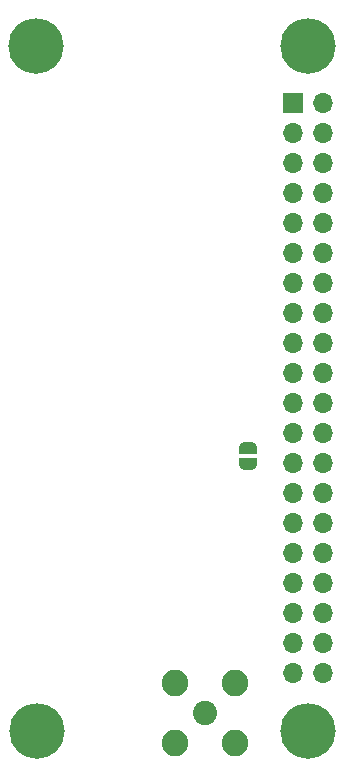
<source format=gbs>
%TF.GenerationSoftware,KiCad,Pcbnew,7.0.6*%
%TF.CreationDate,2024-05-06T19:07:49-07:00*%
%TF.ProjectId,2400_TCXO_RPi,32343030-5f54-4435-984f-5f5250692e6b,1.0*%
%TF.SameCoordinates,Original*%
%TF.FileFunction,Soldermask,Bot*%
%TF.FilePolarity,Negative*%
%FSLAX46Y46*%
G04 Gerber Fmt 4.6, Leading zero omitted, Abs format (unit mm)*
G04 Created by KiCad (PCBNEW 7.0.6) date 2024-05-06 19:07:49*
%MOMM*%
%LPD*%
G01*
G04 APERTURE LIST*
G04 Aperture macros list*
%AMFreePoly0*
4,1,19,0.000000,0.744911,0.071157,0.744911,0.207708,0.704816,0.327430,0.627875,0.420627,0.520320,0.479746,0.390866,0.500000,0.250000,0.500000,-0.250000,0.479746,-0.390866,0.420627,-0.520320,0.327430,-0.627875,0.207708,-0.704816,0.071157,-0.744911,0.000000,-0.744911,0.000000,-0.750000,-0.500000,-0.750000,-0.500000,0.750000,0.000000,0.750000,0.000000,0.744911,0.000000,0.744911,
$1*%
%AMFreePoly1*
4,1,19,0.500000,-0.750000,0.000000,-0.750000,0.000000,-0.744911,-0.071157,-0.744911,-0.207708,-0.704816,-0.327430,-0.627875,-0.420627,-0.520320,-0.479746,-0.390866,-0.500000,-0.250000,-0.500000,0.250000,-0.479746,0.390866,-0.420627,0.520320,-0.327430,0.627875,-0.207708,0.704816,-0.071157,0.744911,0.000000,0.744911,0.000000,0.750000,0.500000,0.750000,0.500000,-0.750000,0.500000,-0.750000,
$1*%
G04 Aperture macros list end*
%ADD10FreePoly0,90.000000*%
%ADD11FreePoly1,90.000000*%
%ADD12C,4.700000*%
%ADD13C,2.050000*%
%ADD14C,2.250000*%
%ADD15R,1.700000X1.700000*%
%ADD16O,1.700000X1.700000*%
G04 APERTURE END LIST*
D10*
%TO.C,JP1*%
X146420000Y-85580000D03*
D11*
X146420000Y-86880000D03*
%TD*%
D12*
%TO.C,H5*%
X128500000Y-51500000D03*
%TD*%
%TO.C,H2*%
X151500000Y-51500000D03*
%TD*%
%TO.C,H4*%
X151500000Y-109500000D03*
%TD*%
%TO.C,H3*%
X128550000Y-109500000D03*
%TD*%
D13*
%TO.C,J4*%
X142830000Y-107960000D03*
D14*
X140290000Y-105420000D03*
X140290000Y-110500000D03*
X145370000Y-105420000D03*
X145370000Y-110500000D03*
%TD*%
D15*
%TO.C,J1*%
X150230000Y-56370000D03*
D16*
X152770000Y-56370000D03*
X150230000Y-58910000D03*
X152770000Y-58910000D03*
X150230000Y-61450000D03*
X152770000Y-61450000D03*
X150230000Y-63990000D03*
X152770000Y-63990000D03*
X150230000Y-66530000D03*
X152770000Y-66530000D03*
X150230000Y-69070000D03*
X152770000Y-69070000D03*
X150230000Y-71610000D03*
X152770000Y-71610000D03*
X150230000Y-74150000D03*
X152770000Y-74150000D03*
X150230000Y-76690000D03*
X152770000Y-76690000D03*
X150230000Y-79230000D03*
X152770000Y-79230000D03*
X150230000Y-81770000D03*
X152770000Y-81770000D03*
X150230000Y-84310000D03*
X152770000Y-84310000D03*
X150230000Y-86850000D03*
X152770000Y-86850000D03*
X150230000Y-89390000D03*
X152770000Y-89390000D03*
X150230000Y-91930000D03*
X152770000Y-91930000D03*
X150230000Y-94470000D03*
X152770000Y-94470000D03*
X150230000Y-97010000D03*
X152770000Y-97010000D03*
X150230000Y-99550000D03*
X152770000Y-99550000D03*
X150230000Y-102090000D03*
X152770000Y-102090000D03*
X150230000Y-104630000D03*
X152770000Y-104630000D03*
%TD*%
M02*

</source>
